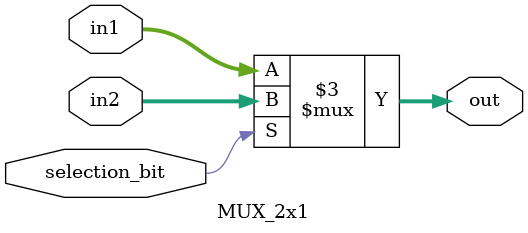
<source format=v>
`timescale 1ns / 1ps


module MUX_2x1(
input [31:0] in1, in2,
input selection_bit,
output reg [31:0] out
    );

always @(*)
begin
	if (selection_bit)
		out = in2;
	else
		out = in1;
end

endmodule


</source>
